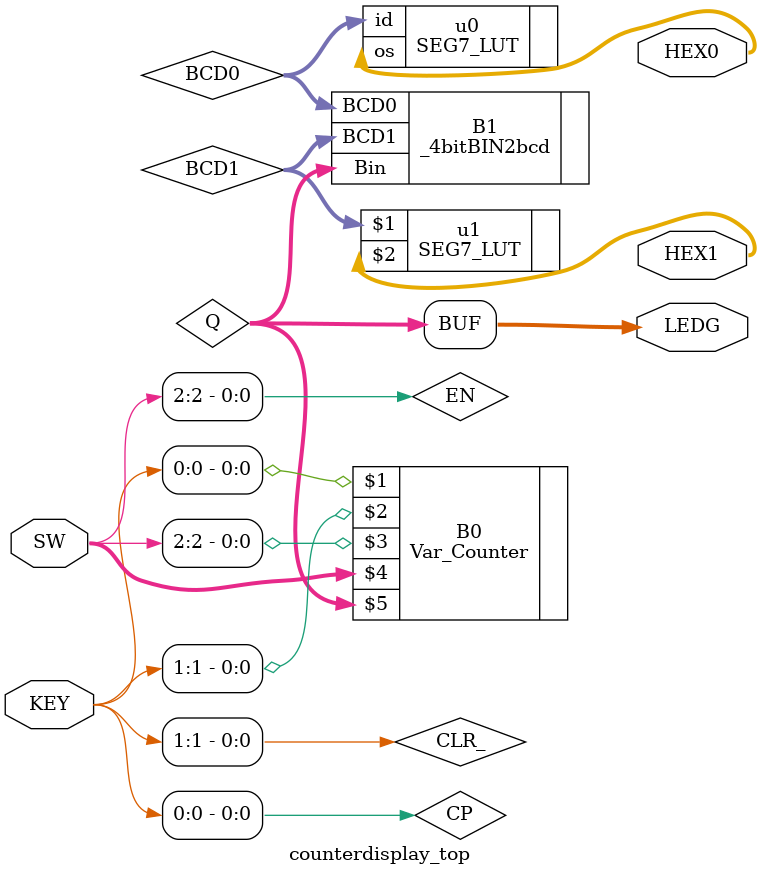
<source format=v>
module counterdisplay_top (KEY, SW, LEDG, HEX1, HEX0);//变模计数器
input [1:0]KEY; 
input [2:0]SW; 
output [3:0]LEDG; //绿色发光二极管
output [6:0]HEX0; //七段数字显示器0 
output [6:0]HEX1; //七段数字显示器1 
wire [3:0]BCD1, BCD0, Q; //中间变量
wire CP, CLR_, EN; //中间变量
assign CP=KEY[0]; //用KEY0作为CP 
assign CLR_=KEY[1]; //用KEY1作为CLR 
assign EN=SW[2]; //用sw2作为EN 
assign LEDG=Q; 
Var_Counter B0 (CP, CLR_,EN, SW, Q); //实例引用变模计数器子模块
_4bitBIN2bcd B1 (.Bin(Q), //实例引用子模块4bitBIN2bcd 
.BCD1 ( BCD1 ), // 4bitBIN2bed (Bin, BCD1,BCD0) 
.BCD0 ( BCD0 )); 
SEG7_LUT u0 (.os( HEX0 ), 
.id ( BCD0) ); 
SEG7_LUT u1 (BCD1, HEX1);
 endmodule 
//实例引用子模块SEG7LUT (oSEG,iDIG) /用显示器HEX0显示个位BCD数1/用显示器HEX1显示十位BCD数
</source>
